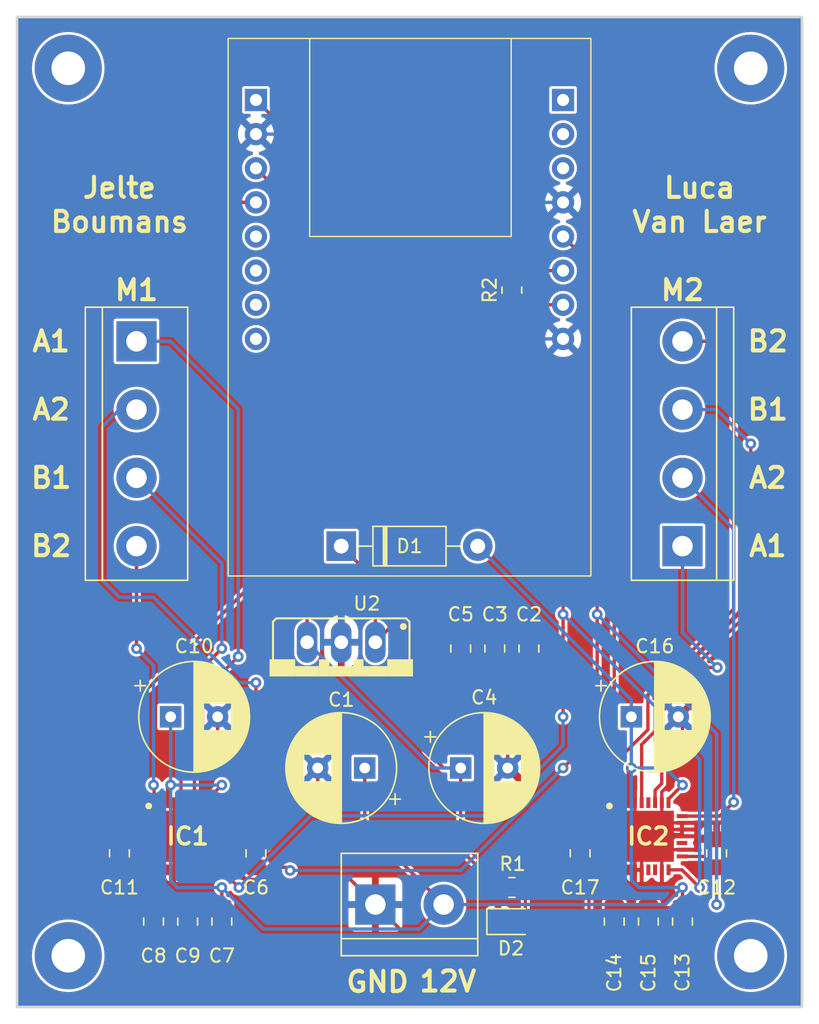
<source format=kicad_pcb>
(kicad_pcb (version 20211014) (generator pcbnew)
  (layers (0 "F.Cu" signal) (31 "B.Cu" signal) (34 "B.Paste" user) (35 "F.Paste" user) (36 "B.SilkS" user "B.Silkscreen") (37 "F.SilkS" user "F.Silkscreen") (38 "B.Mask" user) (39 "F.Mask" user) (44 "Edge.Cuts" user))
  (net 0 "")
  (net 1 "M1A1")
  (net 2 "M1A2")
  (net 3 "M1B1")
  (net 4 "M1B2")
  (net 5 "M2A1")
  (net 6 "M2A2")
  (net 7 "M2B1")
  (net 8 "M2B2")
  (net 9 "GND")
  (net 10 "Vmot")
  (net 11 "M1_ENN")
  (net 12 "Net-(C11-Pad2)")
  (net 13 "Net-(C11-Pad1)")
  (net 14 "Net-(C7-Pad2)")
  (net 19 "RXD")
  (net 20 "3.3V")
  (net 22 "M2_ENN")
  (net 23 "Net-(C17-Pad2)")
  (net 24 "Net-(C17-Pad1)")
  (net 25 "Net-(C13-Pad2)")
  (net 31 "5V")
  (net 32 "Net-(D2-Pad2)")
  (net 33 "Net-(C2-Pad1)")
  (net 34 "FLASH_PIN")
  (footprint "" (layer "F.Cu") (at 168.91 137.16)
    (fp_text reference "")
    (fp_text value "")
  )
  (footprint "TMC2209-LA:TMC2209-LA" (layer "F.Cu") (at 161.29 128.27)
    (fp_text reference "IC2")
    (fp_text value "TMC2209-LA" hide)
  )
  (footprint "Diode_THT:D_DO-41_SOD81_P10.16mm_Horizontal" (layer "F.Cu") (at 138.43 106.68)
    (fp_text reference "D1")
    (fp_text value "1N4004" hide)
  )
  (footprint "Resistor_SMD:R_0805_2012Metric_Pad1.20x1.40mm_HandSolder" (layer "F.Cu") (at 151.13 87.63 90)
    (fp_text reference "R2")
    (fp_text value "1kOhm" hide)
  )
  (footprint "L7805:78XXS" (layer "F.Cu") (at 138.42911 116.3721 180)
    (fp_text reference "U2")
    (fp_text value "L7805" hide)
  )
  (footprint "Capacitor_SMD:C_0805_2012Metric_Pad1.18x1.45mm_HandSolder" (layer "F.Cu") (at 129.54 134.62 -90)
    (fp_text reference "C7")
    (fp_text value "100nF" hide)
  )
  (footprint "Capacitor_SMD:C_0805_2012Metric_Pad1.18x1.45mm_HandSolder" (layer "F.Cu") (at 127 134.62 -90)
    (fp_text reference "C9")
    (fp_text value "100nF" hide)
  )
  (footprint "Capacitor_SMD:C_0805_2012Metric_Pad1.18x1.45mm_HandSolder" (layer "F.Cu") (at 152.4 114.3 -90)
    (fp_text reference "C2")
    (fp_text value "0.33µF" hide)
  )
  (footprint "" (layer "F.Cu") (at 118.11 71.12)
    (fp_text reference "")
    (fp_text value "")
  )
  (footprint "Capacitor_THT:CP_Radial_D8.0mm_P3.50mm" (layer "F.Cu") (at 125.73 119.38)
    (fp_text reference "C10")
    (fp_text value "100µF" hide)
  )
  (footprint "Capacitor_SMD:C_0805_2012Metric_Pad1.18x1.45mm_HandSolder" (layer "F.Cu") (at 166.37 129.54 90)
    (fp_text reference "C12")
    (fp_text value "100nF" hide)
  )
  (footprint "TerminalBlock:TerminalBlock_bornier-4_P5.08mm" (layer "F.Cu") (at 123.19 91.44 -90)
    (fp_text reference "Motor_ConnectorL" hide)
    (fp_text value "Screw_Terminal_01x04" hide)
  )
  (footprint "ESP32-CAM:ESP32-CAM" (layer "F.Cu") (at 132.08 91.26)
    (fp_text reference "U1" hide)
    (fp_text value "ESP32-CAM")
  )
  (footprint "" (layer "F.Cu") (at 118.11 137.16)
    (fp_text reference "")
    (fp_text value "")
  )
  (footprint "Capacitor_SMD:C_0805_2012Metric_Pad1.18x1.45mm_HandSolder" (layer "F.Cu") (at 124.46 134.62 -90)
    (fp_text reference "C8")
    (fp_text value "100nF" hide)
  )
  (footprint "TerminalBlock:TerminalBlock_bornier-2_P5.08mm" (layer "F.Cu") (at 140.97 133.35)
    (fp_text reference "Power1" hide)
    (fp_text value "Screw_Terminal_01x02" hide)
  )
  (footprint "Capacitor_SMD:C_0805_2012Metric_Pad1.18x1.45mm_HandSolder" (layer "F.Cu") (at 147.32 114.3 -90)
    (fp_text reference "C5")
    (fp_text value "0.1µF" hide)
  )
  (footprint "Capacitor_SMD:C_0805_2012Metric_Pad1.18x1.45mm_HandSolder" (layer "F.Cu") (at 156.21 129.54 90)
    (fp_text reference "C17")
    (fp_text value "22nF" hide)
  )
  (footprint "Capacitor_THT:CP_Radial_D8.0mm_P3.50mm" (layer "F.Cu") (at 147.32 123.19)
    (fp_text reference "C4")
    (fp_text value "10µF" hide)
  )
  (footprint "Capacitor_THT:CP_Radial_D8.0mm_P3.50mm" (layer "F.Cu") (at 140.18 123.19 180)
    (fp_text reference "C1")
    (fp_text value "100µF" hide)
  )
  (footprint "" (layer "F.Cu") (at 168.91 71.12)
    (fp_text reference "")
    (fp_text value "")
  )
  (footprint "Capacitor_SMD:C_0805_2012Metric_Pad1.18x1.45mm_HandSolder" (layer "F.Cu") (at 158.75 134.62 -90)
    (fp_text reference "C14")
    (fp_text value "100nF" hide)
  )
  (footprint "Capacitor_THT:CP_Radial_D8.0mm_P3.50mm" (layer "F.Cu") (at 160.02 119.38)
    (fp_text reference "C16")
    (fp_text value "100µF" hide)
  )
  (footprint "TMC2209-LA:TMC2209-LA" (layer "F.Cu") (at 127 128.27)
    (fp_text reference "IC1")
    (fp_text value "TMC2209-LA" hide)
  )
  (footprint "Capacitor_SMD:C_0805_2012Metric_Pad1.18x1.45mm_HandSolder" (layer "F.Cu") (at 161.29 134.62 -90)
    (fp_text reference "C15")
    (fp_text value "100nF" hide)
  )
  (footprint "LED_SMD:LED_0805_2012Metric_Pad1.15x1.40mm_HandSolder" (layer "F.Cu") (at 151.13 134.62)
    (fp_text reference "D2")
    (fp_text value "LED" hide)
  )
  (footprint "Capacitor_SMD:C_0805_2012Metric_Pad1.18x1.45mm_HandSolder" (layer "F.Cu") (at 149.86 114.3 -90)
    (fp_text reference "C3")
    (fp_text value "0.33µF" hide)
  )
  (footprint "Resistor_SMD:R_0805_2012Metric_Pad1.20x1.40mm_HandSolder" (layer "F.Cu") (at 151.13 132.08)
    (fp_text reference "R1")
    (fp_text value "330 Ohm" hide)
  )
  (footprint "Capacitor_SMD:C_0805_2012Metric_Pad1.18x1.45mm_HandSolder" (layer "F.Cu") (at 121.92 129.54 90)
    (fp_text reference "C11")
    (fp_text value "22nF" hide)
  )
  (footprint "Capacitor_SMD:C_0805_2012Metric_Pad1.18x1.45mm_HandSolder" (layer "F.Cu") (at 163.83 134.62 -90)
    (fp_text reference "C13")
    (fp_text value "100nF" hide)
  )
  (footprint "Capacitor_SMD:C_0805_2012Metric_Pad1.18x1.45mm_HandSolder" (layer "F.Cu") (at 132.08 129.54 90)
    (fp_text reference "C6")
    (fp_text value "100nF" hide)
  )
  (footprint "TerminalBlock:TerminalBlock_bornier-4_P5.08mm" (layer "F.Cu") (at 163.83 106.68 90)
    (fp_text reference "Motor_ConnectorR" hide)
    (fp_text value "Screw_Terminal_01x04" hide)
  )
  (gr_rect (start 114.3 140.97) (end 172.72 67.31) (layer "Edge.Cuts") (width 0.2) (fill none))
  (gr_text "B1" (at 116.84 101.6) (layer "F.SilkS") (effects (font (size 1.5 1.5) (thickness 0.3))))
  (gr_text "A2" (at 170.18 101.6) (layer "F.SilkS") (effects (font (size 1.5 1.5) (thickness 0.3))))
  (gr_text "B2" (at 170.18 91.44) (layer "F.SilkS") (effects (font (size 1.5 1.5) (thickness 0.3))))
  (gr_text "Luca" (at 165.1 80.01) (layer "F.SilkS") (effects (font (size 1.5 1.5) (thickness 0.3))))
  (gr_text "12V" (at 146.367875 139.072106) (layer "F.SilkS") (effects (font (size 1.5 1.5) (thickness 0.3))))
  (gr_text "Jelte\n" (at 121.92 80.01) (layer "F.SilkS") (effects (font (size 1.5 1.5) (thickness 0.3))))
  (gr_text "GND" (at 141.129688 139.110064) (layer "F.SilkS") (effects (font (size 1.5 1.5) (thickness 0.3))))
  (gr_text "A1\n" (at 170.18 106.68) (layer "F.SilkS") (effects (font (size 1.5 1.5) (thickness 0.3))))
  (gr_text "B2" (at 116.84 106.68) (layer "F.SilkS") (effects (font (size 1.5 1.5) (thickness 0.3))))
  (gr_text "Boumans" (at 121.92 82.55) (layer "F.SilkS") (effects (font (size 1.5 1.5) (thickness 0.3))))
  (gr_text "A2" (at 116.84 96.52) (layer "F.SilkS") (effects (font (size 1.5 1.5) (thickness 0.3))))
  (gr_text "M1" (at 123.19 87.63) (layer "F.SilkS") (effects (font (size 1.5 1.5) (thickness 0.3))))
  (gr_text "B1" (at 170.18 96.52) (layer "F.SilkS") (effects (font (size 1.5 1.5) (thickness 0.3))))
  (gr_text "M2" (at 163.83 87.63) (layer "F.SilkS") (effects (font (size 1.5 1.5) (thickness 0.3))))
  (gr_text "A1\n" (at 116.84 91.44) (layer "F.SilkS") (effects (font (size 1.5 1.5) (thickness 0.3))))
  (gr_text "Van Laer" (at 165.1 82.55) (layer "F.SilkS") (effects (font (size 1.5 1.5) (thickness 0.3))))
  (segment (start 128.105 117.563332) (end 130.764126 114.904206) (width 0.25) (layer "F.Cu") (net 1))
  (segment (start 127.5 123.178771) (end 128.105 122.573771) (width 0.25) (layer "F.Cu") (net 1))
  (segment (start 128.105 122.573771) (end 128.105 117.563332) (width 0.25) (layer "F.Cu") (net 1))
  (segment (start 127.5 125.77) (end 127.5 123.178771) (width 0.25) (layer "F.Cu") (net 1))
  (via (at 130.764126 114.904206) (size 0.8) (drill 0.4) (layers "F.Cu" "B.Cu") (net 1))
  (segment (start 130.764126 114.904206) (end 130.764126 96.474126) (width 0.25) (layer "B.Cu") (net 1))
  (segment (start 130.764126 96.474126) (end 125.73 91.44) (width 0.25) (layer "B.Cu") (net 1))
  (segment (start 125.73 91.44) (end 123.19 91.44) (width 0.25) (layer "B.Cu") (net 1))
  (segment (start 129.77 126.77) (end 132.08 124.46) (width 0.25) (layer "F.Cu") (net 2))
  (segment (start 129.5 126.77) (end 129.77 126.77) (width 0.25) (layer "F.Cu") (net 2))
  (segment (start 132.08 124.46) (end 132.08 116.84) (width 0.25) (layer "F.Cu") (net 2))
  (via (at 132.08 116.84) (size 0.8) (drill 0.4) (layers "F.Cu" "B.Cu") (net 2))
  (segment (start 124.46 110.49) (end 121.92 110.49) (width 0.25) (layer "B.Cu") (net 2))
  (segment (start 120.65 109.22) (end 120.65 97.79) (width 0.25) (layer "B.Cu") (net 2))
  (segment (start 120.65 97.79) (end 121.92 96.52) (width 0.25) (layer "B.Cu") (net 2))
  (segment (start 121.92 110.49) (end 120.65 109.22) (width 0.25) (layer "B.Cu") (net 2))
  (segment (start 132.08 116.84) (end 130.81 116.84) (width 0.25) (layer "B.Cu") (net 2))
  (segment (start 130.81 116.84) (end 124.46 110.49) (width 0.25) (layer "B.Cu") (net 2))
  (segment (start 121.92 96.52) (end 123.19 96.52) (width 0.25) (layer "B.Cu") (net 2))
  (segment (start 126.5 125.77) (end 126.5 122.356794) (width 0.25) (layer "F.Cu") (net 3))
  (segment (start 127.221391 121.635403) (end 127.221391 116.618609) (width 0.25) (layer "F.Cu") (net 3))
  (segment (start 126.5 122.356794) (end 127.221391 121.635403) (width 0.25) (layer "F.Cu") (net 3))
  (segment (start 127.221391 116.618609) (end 129.54 114.3) (width 0.25) (layer "F.Cu") (net 3))
  (via (at 129.54 114.3) (size 0.8) (drill 0.4) (layers "F.Cu" "B.Cu") (net 3))
  (segment (start 129.54 107.95) (end 123.19 101.6) (width 0.25) (layer "B.Cu") (net 3))
  (segment (start 129.54 114.3) (end 129.54 107.95) (width 0.25) (layer "B.Cu") (net 3))
  (segment (start 124.5 126.77) (end 124.5 124.5) (width 0.25) (layer "F.Cu") (net 4))
  (segment (start 123.19 106.68) (end 123.19 114.3) (width 0.25) (layer "F.Cu") (net 4))
  (segment (start 124.5 124.5) (end 124.46 124.46) (width 0.25) (layer "F.Cu") (net 4))
  (via (at 123.19 114.3) (size 0.8) (drill 0.4) (layers "F.Cu" "B.Cu") (net 4))
  (via (at 124.46 124.46) (size 0.8) (drill 0.4) (layers "F.Cu" "B.Cu") (net 4))
  (segment (start 124.46 115.57) (end 123.19 114.3) (width 0.25) (layer "B.Cu") (net 4))
  (segment (start 124.46 124.46) (end 124.46 115.57) (width 0.25) (layer "B.Cu") (net 4))
  (segment (start 162.284865 124.343434) (end 162.284865 119.009792) (width 0.25) (layer "F.Cu") (net 5))
  (segment (start 165.585537 115.70912) (end 166.42061 115.70912) (width 0.25) (layer "F.Cu") (net 5))
  (segment (start 161.79 124.838299) (end 162.284865 124.343434) (width 0.25) (layer "F.Cu") (net 5))
  (segment (start 161.79 125.77) (end 161.79 124.838299) (width 0.25) (layer "F.Cu") (net 5))
  (segment (start 162.284865 119.009792) (end 165.585537 115.70912) (width 0.25) (layer "F.Cu") (net 5))
  (via (at 166.42061 115.70912) (size 0.8) (drill 0.4) (layers "F.Cu" "B.Cu") (net 5))
  (segment (start 163.83 113.11851) (end 166.42061 115.70912) (width 0.25) (layer "B.Cu") (net 5))
  (segment (start 163.83 106.68) (end 163.83 113.11851) (width 0.25) (layer "B.Cu") (net 5))
  (segment (start 166.6 126.77) (end 167.64 125.73) (width 0.25) (layer "F.Cu") (net 6))
  (segment (start 163.79 126.77) (end 166.6 126.77) (width 0.25) (layer "F.Cu") (net 6))
  (via (at 167.64 125.73) (size 0.8) (drill 0.4) (layers "F.Cu" "B.Cu") (net 6))
  (segment (start 167.64 105.41) (end 167.64 125.73) (width 0.25) (layer "B.Cu") (net 6))
  (segment (start 163.83 101.6) (end 167.64 105.41) (width 0.25) (layer "B.Cu") (net 6))
  (segment (start 161.795219 118.588449) (end 168.91 111.473668) (width 0.25) (layer "F.Cu") (net 7))
  (segment (start 160.79 125.77) (end 160.79 121.444716) (width 0.25) (layer "F.Cu") (net 7))
  (segment (start 161.795219 120.439497) (end 161.795219 118.588449) (width 0.25) (layer "F.Cu") (net 7))
  (segment (start 168.91 111.473668) (end 168.91 99.06) (width 0.25) (layer "F.Cu") (net 7))
  (segment (start 160.79 121.444716) (end 161.795219 120.439497) (width 0.25) (layer "F.Cu") (net 7))
  (via (at 168.91 99.06) (size 0.8) (drill 0.4) (layers "F.Cu" "B.Cu") (net 7))
  (segment (start 166.37 96.52) (end 168.91 99.06) (width 0.25) (layer "B.Cu") (net 7))
  (segment (start 163.83 96.52) (end 166.37 96.52) (width 0.25) (layer "B.Cu") (net 7))
  (segment (start 167.64 111.35188) (end 161.255373 117.736507) (width 0.25) (layer "F.Cu") (net 8))
  (segment (start 161.255373 117.736507) (end 161.255373 120.342947) (width 0.25) (layer "F.Cu") (net 8))
  (segment (start 166.37 91.44) (end 167.64 92.71) (width 0.25) (layer "F.Cu") (net 8))
  (segment (start 158.79 122.80832) (end 158.79 126.77) (width 0.25) (layer "F.Cu") (net 8))
  (segment (start 161.255373 120.342947) (end 158.79 122.80832) (width 0.25) (layer "F.Cu") (net 8))
  (segment (start 163.83 91.44) (end 166.37 91.44) (width 0.25) (layer "F.Cu") (net 8))
  (segment (start 167.64 92.71) (end 167.64 111.35188) (width 0.25) (layer "F.Cu") (net 8))
  (segment (start 163.83 119.69) (end 163.83 123.434695) (width 0.25) (layer "F.Cu") (net 9))
  (segment (start 140.97 133.35) (end 136.1225 128.5025) (width 0.25) (layer "F.Cu") (net 9))
  (segment (start 125.975 130.795) (end 126 130.77) (width 0.25) (layer "F.Cu") (net 9))
  (segment (start 166.6025 128.27) (end 166.37 128.5025) (width 0.25) (layer "F.Cu") (net 9))
  (segment (start 128 129.27) (end 127 128.27) (width 0.25) (layer "F.Cu") (net 9))
  (segment (start 129.23 122.23) (end 128 123.46) (width 0.25) (layer "F.Cu") (net 9))
  (segment (start 160.29 130.77) (end 160.29 129.27) (width 0.25) (layer "F.Cu") (net 9))
  (segment (start 158.79 127.77) (end 160.79 127.77) (width 0.25) (layer "F.Cu") (net 9))
  (segment (start 151.13 123.19) (end 155.53 127.59) (width 0.25) (layer "F.Cu") (net 9))
  (segment (start 136.68 123.19) (end 136.68 126.21) (width 0.25) (layer "F.Cu") (net 9))
  (segment (start 166.1375 128.27) (end 166.37 128.5025) (width 0.25) (layer "F.Cu") (net 9))
  (segment (start 163.83 123.434695) (end 162.29 124.974695) (width 0.25) (layer "F.Cu") (net 9))
  (segment (start 126 131.754888) (end 126 130.77) (width 0.25) (layer "F.Cu") (net 9))
  (segment (start 161.79 127.77) (end 161.29 128.27) (width 0.25) (layer "F.Cu") (net 9))
  (segment (start 136.68 126.21) (end 134.3875 128.5025) (width 0.25) (layer "F.Cu") (net 9))
  (segment (start 150.82 118.8375) (end 147.32 115.3375) (width 0.25) (layer "F.Cu") (net 9))
  (segment (start 126.032179 131.787067) (end 126 131.754888) (width 0.25) (layer "F.Cu") (net 9))
  (segment (start 162.29 129.27) (end 161.29 128.27) (width 0.25) (layer "F.Cu") (net 9))
  (segment (start 160.29 131.971493) (end 160.29 130.77) (width 0.25) (layer "F.Cu") (net 9))
  (segment (start 163.79 128.27) (end 166.1375 128.27) (width 0.25) (layer "F.Cu") (net 9))
  (segment (start 128 127.27) (end 127 128.27) (width 0.25) (layer "F.Cu") (net 9))
  (segment (start 140.97 133.35) (end 145.337339 137.717339) (width 0.25) (layer "F.Cu") (net 9))
  (segment (start 134.3875 128.5025) (end 132.08 128.5025) (width 0.25) (layer "F.Cu") (net 9))
  (segment (start 155.53 127.59) (end 156.923173 127.59) (width 0.25) (layer "F.Cu") (net 9))
  (segment (start 126.5 127.77) (end 127 128.27) (width 0.25) (layer "F.Cu") (net 9))
  (segment (start 141.28 133.04) (end 140.97 133.35) (width 0.25) (layer "F.Cu") (net 9))
  (segment (start 168.425932 132.896155) (end 168.425932 129.055932) (width 0.25) (layer "F.Cu") (net 9))
  (segment (start 126 125.77) (end 126 127.27) (width 0.25) (layer "F.Cu") (net 9))
  (segment (start 145.337339 137.717339) (end 149.302661 137.717339) (width 0.25) (layer "F.Cu") (net 9))
  (segment (start 160.79 130.77) (end 160.79 128.77) (width 0.25) (layer "F.Cu") (net 9))
  (segment (start 128 125.77) (end 128 127.27) (width 0.25) (layer "F.Cu") (net 9))
  (segment (start 161.29 135.6575) (end 158.75 135.6575) (width 0.25) (layer "F.Cu") (net 9))
  (segment (start 126.5 128.77) (end 127 128.27) (width 0.25) (layer "F.Cu") (net 9))
  (segment (start 122.859295 132.976899) (end 123.463654 132.37254) (width 0.25) (layer "F.Cu") (net 9))
  (segment (start 126 130.77) (end 126 129.27) (width 0.25) (layer "F.Cu") (net 9))
  (segment (start 157.574626 132.853943) (end 158.197871 132.230698) (width 0.25) (layer "F.Cu") (net 9))
  (segment (start 149.86 115.3375) (end 152.4 115.3375) (width 0.25) (layer "F.Cu") (net 9))
  (segment (start 163.604748 137.717339) (end 168.425932 132.896155) (width 0.25) (layer "F.Cu") (net 9))
  (segment (start 125.446706 132.37254) (end 126.032179 131.787067) (width 0.25) (layer "F.Cu") (net 9))
  (segment (start 157.128173 127.795) (end 158.765 127.795) (width 0.25) (layer "F.Cu") (net 9))
  (segment (start 127.5 127.77) (end 127 128.27) (width 0.25) (layer "F.Cu") (net 9))
  (segment (start 160.29 125.77) (end 160.29 127.27) (width 0.25) (layer "F.Cu") (net 9))
  (segment (start 128 123.46) (end 128 125.77) (width 0.25) (layer "F.Cu") (net 9))
  (segment (start 160.29 127.27) (end 161.29 128.27) (width 0.25) (layer "F.Cu") (net 9))
  (segment (start 157.574626 135.091959) (end 157.574626 132.853943) (width 0.25) (layer "F.Cu") (net 9))
  (segment (start 162.29 125.77) (end 162.29 127.27) (width 0.25) (layer "F.Cu") (net 9))
  (segment (start 160.294241 131.975734) (end 160.29 131.971493) (width 0.25) (layer "F.Cu") (net 9))
  (segment (start 160.29 129.27) (end 161.29 128.27) (width 0.25) (layer "F.Cu") (net 9))
  (segment (start 132.08 128.5025) (end 131.3125 129.27) (width 0.25) (layer "F.Cu") (net 9))
  (segment (start 129.5 127.27) (end 128 127.27) (width 0.25) (layer "F.Cu") (net 9))
  (segment (start 129.23 119.38) (end 129.23 122.23) (width 0.25) (layer "F.Cu") (net 9))
  (segment (start 160.79 128.77) (end 161.29 128.27) (width 0.25) (layer "F.Cu") (net 9))
  (segment (start 150.82 123.19) (end 150.82 118.8375) (width 0.25) (layer "F.Cu") (net 9))
  (segment (start 126 127.27) (end 127 128.27) (width 0.25) (layer "F.Cu") (net 9))
  (segment (start 162.29 127.27) (end 161.29 128.27) (width 0.25) (layer "F.Cu") (net 9))
  (segment (start 126.5 130.77) (end 126.5 128.77) (width 0.25) (layer "F.Cu") (net 9))
  (segment (start 147.32 115.3375) (end 149.86 115.3375) (width 0.25) (layer "F.Cu") (net 9))
  (segment (start 158.140167 135.6575) (end 157.574626 135.091959) (width 0.25) (layer "F.Cu") (net 9))
  (segment (start 156.923173 127.59) (end 157.128173 127.795) (width 0.25) (layer "F.Cu") (net 9))
  (segment (start 124.46 135.6575) (end 127 135.6575) (width 0.25) (layer "F.Cu") (net 9))
  (segment (start 131.3125 129.27) (end 129.5 129.27) (width 0.25) (layer "F.Cu") (net 9))
  (segment (start 128 130.77) (end 128 129.27) (width 0.25) (layer "F.Cu") (net 9))
  (segment (start 161.29 128.27) (end 163.79 128.27) (width 0.25) (layer "F.Cu") (net 9))
  (segment (start 136.1225 128.5025) (end 134.3875 128.5025) (width 0.25) (layer "F.Cu") (net 9))
  (segment (start 138.42911 113.8321) (end 138.42911 121.44089) (width 0.25) (layer "F.Cu") (net 9))
  (segment (start 126 129.27) (end 127 128.27) (width 0.25) (layer "F.Cu") (net 9))
  (segment (start 160.79 127.77) (end 161.29 128.27) (width 0.25) (layer "F.Cu") (net 9))
  (segment (start 158.75 135.6575) (end 158.140167 135.6575) (width 0.25) (layer "F.Cu") (net 9))
  (segment (start 129.5 127.77) (end 127.5 127.77) (width 0.25) (layer "F.Cu") (net 9))
  (segment (start 163.79 127.27) (end 162.29 127.27) (width 0.25) (layer "F.Cu") (net 9))
  (segment (start 150.105 136.915) (end 149.302661 137.717339) (width 0.25) (layer "F.Cu") (net 9))
  (segment (start 129.5 129.27) (end 128 129.27) (width 0.25) (layer "F.Cu") (net 9))
  (segment (start 163.52 119.38) (end 163.83 119.69) (width 0.25) (layer "F.Cu") (net 9))
  (segment (start 167.64 128.27) (end 166.6025 128.27) (width 0.25) (layer "F.Cu") (net 9))
  (segment (start 150.105 134.62) (end 150.105 136.915) (width 0.25) (layer "F.Cu") (net 9))
  (segment (start 162.29 124.974695) (end 162.29 125.77) (width 0.25) (layer "F.Cu") (net 9))
  (segment (start 124.46 135.6575) (end 123.311323 135.6575) (width 0.25) (layer "F.Cu") (net 9))
  (segment (start 163.79 127.77) (end 161.79 127.77) (width 0.25) (layer "F.Cu") (net 9))
  (segment (start 158.197871 132.230698) (end 160.039277 132.230698) (width 0.25) (layer "F.Cu") (net 9))
  (segment (start 123.463654 132.37254) (end 125.446706 132.37254) (width 0.25) (layer "F.Cu") (net 9))
  (segment (start 162.29 130.77) (end 162.29 129.27) (width 0.25) (layer "F.Cu") (net 9))
  (segment (start 124.5 127.77) (end 126.5 127.77) (width 0.25) (layer "F.Cu") (net 9))
  (segment (start 149.302661 137.717339) (end 163.604748 137.717339) (width 0.25) (layer "F.Cu") (net 9))
  (segment (start 129.5 128.27) (end 127 128.27) (width 0.25) (layer "F.Cu") (net 9))
  (segment (start 150.82 123.19) (end 151.13 123.19) (width 0.25) (layer "F.Cu") (net 9))
  (segment (start 160.039277 132.230698) (end 160.294241 131.975734) (width 0.25) (layer "F.Cu") (net 9))
  (segment (start 123.311323 135.6575) (end 122.859295 135.205472) (width 0.25) (layer "F.Cu") (net 9))
  (segment (start 168.425932 129.055932) (end 167.64 128.27) (width 0.25) (layer "F.Cu") (net 9))
  (segment (start 158.765 127.795) (end 158.79 127.77) (width 0.25) (layer "F.Cu") (net 9))
  (segment (start 163.79 129.27) (end 162.29 129.27) (width 0.25) (layer "F.Cu") (net 9))
  (segment (start 122.859295 135.205472) (end 122.859295 132.976899) (width 0.25) (layer "F.Cu") (net 9))
  (segment (start 138.42911 121.44089) (end 136.68 123.19) (width 0.25) (layer "F.Cu") (net 9))
  (segment (start 152.4 83.64) (end 154.94 81.1) (width 0.25) (layer "B.Cu") (net 9))
  (segment (start 153.49 91.26) (end 152.4 90.17) (width 0.25) (layer "B.Cu") (net 9))
  (segment (start 154.94 81.1) (end 143.33 81.1) (width 0.25) (layer "B.Cu") (net 9))
  (segment (start 138.25 76.02) (end 132.08 76.02) (width 0.25) (layer "B.Cu") (net 9))
  (segment (start 147.165 119.535) (end 150.82 123.19) (width 0.25) (layer "B.Cu") (net 9))
  (segment (start 154.94 91.26) (end 147.165 99.035) (width 0.25) (layer "B.Cu") (net 9))
  (segment (start 152.4 90.17) (end 152.4 83.64) (width 0.25) (layer "B.Cu") (net 9))
  (segment (start 154.94 91.26) (end 153.49 91.26) (width 0.25) (layer "B.Cu") (net 9))
  (segment (start 147.165 99.035) (end 147.165 119.535) (width 0.25) (layer "B.Cu") (net 9))
  (segment (start 143.33 81.1) (end 138.25 76.02) (width 0.25) (layer "B.Cu") (net 9))
  (segment (start 125.5 125.77) (end 125.5 124.69) (width 0.25) (layer "F.Cu") (net 10))
  (segment (start 140.18 127.48) (end 140.18 123.19) (width 0.25) (layer "F.Cu") (net 10))
  (segment (start 158.75 133.5825) (end 161.29 133.5825) (width 0.25) (layer "F.Cu") (net 10))
  (segment (start 129.54 133.5825) (end 129.7725 133.5825) (width 0.25) (layer "F.Cu") (net 10))
  (segment (start 160.02 123.19) (end 159.79 123.42) (width 0.25) (layer "F.Cu") (net 10))
  (segment (start 162.79 125.77) (end 162.79 125.5) (width 0.25) (layer "F.Cu") (net 10))
  (segment (start 161.29 133.5825) (end 163.83 133.5825) (width 0.25) (layer "F.Cu") (net 10))
  (segment (start 128.5 125.5) (end 129.54 124.46) (width 0.25) (layer "F.Cu") (net 10))
  (segment (start 125.525 125.745) (end 125.5 125.77) (width 0.25) (layer "F.Cu") (net 10))
  (segment (start 163.83 133.5825) (end 163.83 132.08) (width 0.25) (layer "F.Cu") (net 10))
  (segment (start 128.5 125.77) (end 128.5 125.5) (width 0.25) (layer "F.Cu") (net 10))
  (segment (start 129.54 132.08) (end 129.54 133.5825) (width 0.25) (layer "F.Cu") (net 10))
  (segment (start 162.79 125.5) (end 163.83 124.46) (width 0.25) (layer "F.Cu") (net 10))
  (segment (start 124.46 133.5825) (end 127 133.5825) (width 0.25) (layer "F.Cu") (net 10))
  (segment (start 127 133.5825) (end 129.54 133.5825) (width 0.25) (layer "F.Cu") (net 10))
  (segment (start 159.79 123.42) (end 159.79 125.77) (width 0.25) (layer "F.Cu") (net 10))
  (segment (start 146.05 133.35) (end 140.18 127.48) (width 0.25) (layer "F.Cu") (net 10))
  (segment (start 125.73 124.46) (end 125.5 124.69) (width 0.25) (layer "F.Cu") (net 10))
  (segment (start 125.525 125.525) (end 125.525 125.745) (width 0.25) (layer "F.Cu") (net 10))
  (via (at 163.83 124.46) (size 0.8) (drill 0.4) (layers "F.Cu" "B.Cu") (net 10))
  (via (at 129.54 132.08) (size 0.8) (drill 0.4) (layers "F.Cu" "B.Cu") (net 10))
  (via (at 125.73 124.46) (size 0.8) (drill 0.4) (layers "F.Cu" "B.Cu") (net 10))
  (via (at 160.02 123.19) (size 0.8) (drill 0.4) (layers "F.Cu" "B.Cu") (net 10))
  (via (at 129.54 124.46) (size 0.8) (drill 0.4) (layers "F.Cu" "B.Cu") (net 10))
  (via (at 163.83 132.08) (size 0.8) (drill 0.4) (layers "F.Cu" "B.Cu") (net 10))
  (segment (start 160.02 119.38) (end 160.02 123.19) (width 0.25) (layer "B.Cu") (net 10))
  (segment (start 129.54 124.46) (end 125.73 124.46) (width 0.25) (layer "B.Cu") (net 10))
  (segment (start 162.56 133.35) (end 163.83 132.08) (width 0.25) (layer "B.Cu") (net 10))
  (segment (start 148.59 106.68) (end 160.02 118.11) (width 0.25) (layer "B.Cu") (net 10))
  (segment (start 160.02 131.529348) (end 160.570652 132.08) (width 0.25) (layer "B.Cu") (net 10))
  (segment (start 125.73 119.38) (end 125.73 124.46) (width 0.25) (layer "B.Cu") (net 10))
  (segment (start 125.73 124.46) (end 125.73 131.583017) (width 0.25) (layer "B.Cu") (net 10))
  (segment (start 125.73 131.583017) (end 126.226983 132.08) (width 0.25) (layer "B.Cu") (net 10))
  (segment (start 162.56 123.19) (end 163.83 124.46) (width 0.25) (layer "B.Cu") (net 10))
  (segment (start 160.02 123.19) (end 160.02 131.529348) (width 0.25) (layer "B.Cu") (net 10))
  (segment (start 160.02 123.19) (end 162.56 123.19) (width 0.25) (layer "B.Cu") (net 10))
  (segment (start 146.05 133.35) (end 144.225 135.175) (width 0.25) (layer "B.Cu") (net 10))
  (segment (start 146.05 133.35) (end 162.56 133.35) (width 0.25) (layer "B.Cu") (net 10))
  (segment (start 144.225 135.175) (end 132.635 135.175) (width 0.25) (layer "B.Cu") (net 10))
  (segment (start 160.570652 132.08) (end 163.83 132.08) (width 0.25) (layer "B.Cu") (net 10))
  (segment (start 126.226983 132.08) (end 129.54 132.08) (width 0.25) (layer "B.Cu") (net 10))
  (segment (start 132.635 135.175) (end 129.54 132.08) (width 0.25) (layer "B.Cu") (net 10))
  (segment (start 160.02 118.11) (end 160.02 119.38) (width 0.25) (layer "B.Cu") (net 10))
  (segment (start 123.46 127.27) (end 123.19 127) (width 0.25) (layer "F.Cu") (net 11))
  (segment (start 123.19 118.11) (end 123.19 127) (width 0.25) (layer "F.Cu") (net 11))
  (segment (start 135.89 105.41) (end 123.19 118.11) (width 0.25) (layer "F.Cu") (net 11))
  (segment (start 135.89 82.37) (end 135.89 105.41) (width 0.25) (layer "F.Cu") (net 11))
  (segment (start 132.08 78.56) (end 135.89 82.37) (width 0.25) (layer "F.Cu") (net 11))
  (segment (start 124.5 127.27) (end 123.46 127.27) (width 0.25) (layer "F.Cu") (net 11))
  (segment (start 121.92 128.5025) (end 122.9575 128.5025) (width 0.25) (layer "F.Cu") (net 12))
  (segment (start 122.9575 128.5025) (end 123.19 128.27) (width 0.25) (layer "F.Cu") (net 12))
  (segment (start 123.19 128.27) (end 124.5 128.27) (width 0.25) (layer "F.Cu") (net 12))
  (segment (start 121.92 130.5775) (end 123.7275 128.77) (width 0.25) (layer "F.Cu") (net 13))
  (segment (start 123.7275 128.77) (end 124.5 128.77) (width 0.25) (layer "F.Cu") (net 13))
  (segment (start 129.54 135.6575) (end 129.54 136.664725) (width 0.25) (layer "F.Cu") (net 14))
  (segment (start 129.54 136.664725) (end 129.31838 136.886345) (width 0.25) (layer "F.Cu") (net 14))
  (segment (start 122.141619 132.599174) (end 123.595857 131.144936) (width 0.25) (layer "F.Cu") (net 14))
  (segment (start 123.595857 131.144936) (end 123.595857 129.653838) (width 0.25) (layer "F.Cu") (net 14))
  (segment (start 123.067043 136.886345) (end 122.141619 135.960921) (width 0.25) (layer "F.Cu") (net 14))
  (segment (start 122.141619 135.960921) (end 122.141619 132.599174) (width 0.25) (layer "F.Cu") (net 14))
  (segment (start 123.979695 129.27) (end 124.5 129.27) (width 0.25) (layer "F.Cu") (net 14))
  (segment (start 129.5775 135.62) (end 129.54 135.6575) (width 0.25) (layer "F.Cu") (net 14))
  (segment (start 123.595857 129.653838) (end 123.979695 129.27) (width 0.25) (layer "F.Cu") (net 14))
  (segment (start 129.31838 136.886345) (end 123.067043 136.886345) (width 0.25) (layer "F.Cu") (net 14))
  (segment (start 151.22 88.72) (end 154.94 88.72) (width 0.25) (layer "F.Cu") (net 19))
  (segment (start 162.79 130.77) (end 163.79 130.77) (width 0.25) (layer "F.Cu") (net 19))
  (segment (start 129.5 130.77) (end 130.81 132.08) (width 0.25) (layer "F.Cu") (net 19))
  (segment (start 163.79 130.77) (end 165.1 132.08) (width 0.25) (layer "F.Cu") (net 19))
  (segment (start 154.94 106.68) (end 154.94 119.38) (width 0.25) (layer "F.Cu") (net 19))
  (segment (start 151.13 88.63) (end 151.22 88.72) (width 0.25) (layer "F.Cu") (net 19))
  (segment (start 151.13 102.87) (end 154.94 106.68) (width 0.25) (layer "F.Cu") (net 19))
  (segment (start 151.13 86.63) (end 151.58 86.18) (width 0.25) (layer "F.Cu") (net 19))
  (segment (start 128.5 130.77) (end 129.5 130.77) (width 0.25) (layer "F.Cu") (net 19))
  (segment (start 151.13 88.63) (end 151.13 102.87) (width 0.25) (layer "F.Cu") (net 19))
  (segment (start 151.58 86.18) (end 154.94 86.18) (width 0.25) (layer "F.Cu") (net 19))
  (via (at 130.81 132.08) (size 0.8) (drill 0.4) (layers "F.Cu" "B.Cu") (net 19))
  (via (at 154.94 111.76) (size 0.8) (drill 0.4) (layers "F.Cu" "B.Cu") (net 19))
  (via (at 154.94 119.38) (size 0.8) (drill 0.4) (layers "F.Cu" "B.Cu") (net 19))
  (via (at 165.1 132.08) (size 0.8) (drill 0.4) (layers "F.Cu" "B.Cu") (net 19))
  (segment (start 149.701813 126.743827) (end 154.94 121.50564) (width 0.25) (layer "B.Cu") (net 19))
  (segment (start 165.1 132.08) (end 165.1 122.550991) (width 0.25) (layer "B.Cu") (net 19))
  (segment (start 165.1 122.550991) (end 164.469009 121.92) (width 0.25) (layer "B.Cu") (net 19))
  (segment (start 162.56 121.92) (end 161.810375 121.170375) (width 0.25) (layer "B.Cu") (net 19))
  (segment (start 161.810375 121.170375) (end 161.810375 120.708525) (width 0.25) (layer "B.Cu") (net 19))
  (segment (start 136.146173 126.743827) (end 149.701813 126.743827) (width 0.25) (layer "B.Cu") (net 19))
  (segment (start 164.469009 121.92) (end 162.56 121.92) (width 0.25) (layer "B.Cu") (net 19))
  (segment (start 161.810375 118.630375) (end 154.94 111.76) (width 0.25) (layer "B.Cu") (net 19))
  (segment (start 161.810375 120.708525) (end 161.810375 118.630375) (width 0.25) (layer "B.Cu") (net 19))
  (segment (start 130.81 132.08) (end 136.146173 126.743827) (width 0.25) (layer "B.Cu") (net 19))
  (segment (start 154.94 121.50564) (end 154.94 119.38) (width 0.25) (layer "B.Cu") (net 19))
  (segment (start 163.79 129.77) (end 165.5625 129.77) (width 0.25) (layer "F.Cu") (net 20))
  (segment (start 131.2725 129.77) (end 132.08 130.5775) (width 0.25) (layer "F.Cu") (net 20))
  (segment (start 157.48 120.65) (end 154.94 123.19) (width 0.25) (layer "F.Cu") (net 20))
  (segment (start 129.5 129.77) (end 131.2725 129.77) (width 0.25) (layer "F.Cu") (net 20))
  (segment (start 165.5625 129.77) (end 166.37 130.5775) (width 0.25) (layer "F.Cu") (net 20))
  (segment (start 166.37 130.5775) (end 166.37 133.35) (width 0.25) (layer "F.Cu") (net 20))
  (segment (start 134.62 130.81) (end 134.3875 130.5775) (width 0.25) (layer "F.Cu") (net 20))
  (segment (start 157.48 86.18) (end 157.48 111.76) (width 0.25) (layer "F.Cu") (net 20))
  (segment (start 157.48 111.76) (end 157.48 120.65) (width 0.25) (layer "F.Cu") (net 20))
  (segment (start 132.08 130.5775) (end 134.3875 130.5775) (width 0.25) (layer "F.Cu") (net 20))
  (segment (start 154.94 83.64) (end 157.48 86.18) (width 0.25) (layer "F.Cu") (net 20))
  (via (at 157.48 111.76) (size 0.8) (drill 0.4) (layers "F.Cu" "B.Cu") (net 20))
  (via (at 154.94 123.19) (size 0.8) (drill 0.4) (layers "F.Cu" "B.Cu") (net 20))
  (via (at 166.37 133.35) (size 0.8) (drill 0.4) (layers "F.Cu" "B.Cu") (net 20))
  (via (at 134.62 130.81) (size 0.8) (drill 0.4) (layers "F.Cu" "B.Cu") (net 20))
  (segment (start 134.62 130.81) (end 147.32 130.81) (width 0.25) (layer "B.Cu") (net 20))
  (segment (start 166.37 120.639009) (end 157.48 111.749009) (width 0.25) (layer "B.Cu") (net 20))
  (segment (start 147.32 130.81) (end 154.94 123.19) (width 0.25) (layer "B.Cu") (net 20))
  (segment (start 166.37 133.35) (end 166.37 120.639009) (width 0.25) (layer "B.Cu") (net 20))
  (segment (start 130.079845 80.487102) (end 130.079845 72.355681) (width 0.25) (layer "F.Cu") (net 22))
  (segment (start 156.296084 71.613394) (end 158.75 74.06731) (width 0.25) (layer "F.Cu") (net 22))
  (segment (start 130.079845 72.355681) (end 130.822132 71.613394) (width 0.25) (layer "F.Cu") (net 22))
  (segment (start 156.928021 126.108021) (end 158.09 127.27) (width 0.25) (layer "F.Cu") (net 22))
  (segment (start 130.692743 81.1) (end 130.079845 80.487102) (width 0.25) (layer "F.Cu") (net 22))
  (segment (start 158.75 74.06731) (end 158.75 122.047565) (width 0.25) (layer "F.Cu") (net 22))
  (segment (start 132.08 81.1) (end 130.692743 81.1) (width 0.25) (layer "F.Cu") (net 22))
  (segment (start 156.928021 123.869544) (end 156.928021 126.108021) (width 0.25) (layer "F.Cu") (net 22))
  (segment (start 158.75 122.047565) (end 156.928021 123.869544) (width 0.25) (layer "F.Cu") (net 22))
  (segment (start 130.822132 71.613394) (end 156.296084 71.613394) (width 0.25) (layer "F.Cu") (net 22))
  (segment (start 158.09 127.27) (end 158.79 127.27) (width 0.25) (layer "F.Cu") (net 22))
  (segment (start 157.767916 128.264984) (end 157.772932 128.27) (width 0.25) (layer "F.Cu") (net 23))
  (segment (start 157.5304 128.5025) (end 157.767916 128.264984) (width 0.25) (layer "F.Cu") (net 23))
  (segment (start 156.21 128.5025) (end 157.5304 128.5025) (width 0.25) (layer "F.Cu") (net 23))
  (segment (start 157.772932 128.27) (end 158.79 128.27) (width 0.25) (layer "F.Cu") (net 23))
  (segment (start 157.254296 129.415) (end 157.899296 128.77) (width 0.25) (layer "F.Cu") (net 24))
  (segment (start 156.21 130.05875) (end 156.85375 129.415) (width 0.25) (layer "F.Cu") (net 24))
  (segment (start 156.21 130.5775) (end 156.21 130.05875) (width 0.25) (layer "F.Cu") (net 24))
  (segment (start 156.85375 129.415) (end 157.254296 129.415) (width 0.25) (layer "F.Cu") (net 24))
  (segment (start 157.899296 128.77) (end 158.79 128.77) (width 0.25) (layer "F.Cu") (net 24))
  (segment (start 156.866393 132.287357) (end 157.654703 131.499047) (width 0.25) (layer "F.Cu") (net 25))
  (segment (start 163.608772 137.018353) (end 157.857919 137.018353) (width 0.25) (layer "F.Cu") (net 25))
  (segment (start 156.866393 136.026827) (end 156.866393 132.287357) (width 0.25) (layer "F.Cu") (net 25))
  (segment (start 163.83 136.797125) (end 163.608772 137.018353) (width 0.25) (layer "F.Cu") (net 25))
  (segment (start 157.654703 129.705297) (end 158.09 129.27) (width 0.25) (layer "F.Cu") (net 25))
  (segment (start 158.09 129.27) (end 158.79 129.27) (width 0.25) (layer "F.Cu") (net 25))
  (segment (start 157.654703 131.499047) (end 157.654703 129.705297) (width 0.25) (layer "F.Cu") (net 25))
  (segment (start 163.83 135.6575) (end 163.83 136.797125) (width 0.25) (layer "F.Cu") (net 25))
  (segment (start 157.857919 137.018353) (end 156.866393 136.026827) (width 0.25) (layer "F.Cu") (net 25))
  (segment (start 137.16 105.1) (end 135.88911 106.37089) (width 0.25) (layer "F.Cu") (net 31))
  (segment (start 135.88911 106.37089) (end 135.88911 113.8321) (width 0.25) (layer "F.Cu") (net 31))
  (segment (start 137.16 78.56) (end 137.16 105.1) (width 0.25) (layer "F.Cu") (net 31))
  (segment (start 147.32 129.27) (end 147.32 123.19) (width 0.25) (layer "F.Cu") (net 31))
  (segment (start 150.13 132.08) (end 147.32 129.27) (width 0.25) (layer "F.Cu") (net 31))
  (segment (start 146.05 123.19) (end 147.32 123.19) (width 0.25) (layer "F.Cu") (net 31))
  (segment (start 145.8175 113.2625) (end 144.78 114.3) (width 0.25) (layer "F.Cu") (net 31))
  (segment (start 132.08 73.48) (end 137.16 78.56) (width 0.25) (layer "F.Cu") (net 31))
  (segment (start 144.78 114.3) (end 144.78 121.92) (width 0.25) (layer "F.Cu") (net 31))
  (segment (start 147.32 113.2625) (end 145.8175 113.2625) (width 0.25) (layer "F.Cu") (net 31))
  (segment (start 144.78 121.92) (end 146.05 123.19) (width 0.25) (layer "F.Cu") (net 31))
  (segment (start 147.32 113.2625) (end 149.86 113.2625) (width 0.25) (layer "F.Cu") (net 31))
  (segment (start 147.32 123.19) (end 145.24701 123.19) (width 0.25) (layer "B.Cu") (net 31))
  (segment (start 145.24701 123.19) (end 135.88911 113.8321) (width 0.25) (layer "B.Cu") (net 31))
  (segment (start 152.13 132.08) (end 152.13 134.595) (width 0.25) (layer "F.Cu") (net 32))
  (segment (start 152.13 134.595) (end 152.155 134.62) (width 0.25) (layer "F.Cu") (net 32))
  (segment (start 140.97 109.22) (end 140.97 110.49) (width 0.25) (layer "F.Cu") (net 33))
  (segment (start 152.4 112.321767) (end 152.4 113.2625) (width 0.25) (layer "F.Cu") (net 33))
  (segment (start 140.96911 113.8321) (end 143.04121 111.76) (width 0.25) (layer "F.Cu") (net 33))
  (segment (start 140.97 110.49) (end 140.96911 110.49089) (width 0.25) (layer "F.Cu") (net 33))
  (segment (start 143.04121 111.76) (end 151.838233 111.76) (width 0.25) (layer "F.Cu") (net 33))
  (segment (start 138.43 106.68) (end 140.97 109.22) (width 0.25) (layer "F.Cu") (net 33))
  (segment (start 140.96911 110.49089) (end 140.96911 113.8321) (width 0.25) (layer "F.Cu") (net 33))
  (segment (start 151.838233 111.76) (end 152.4 112.321767) (width 0.25) (layer "F.Cu") (net 33))
  (zone (net 9) (net_name "GND") (layers F&B.Cu) (name "GND") (connect_pads (clearance 0)) (min_thickness 0.254) (fill yes (thermal_gap 0.508) (thermal_bridge_width 0.508))
    (polygon (pts (xy 173.99 142.24) (xy 113.03 142.24) (xy 113.03 66.04) (xy 173.99 66.04)))
  )
)
</source>
